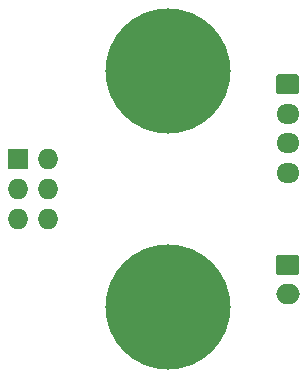
<source format=gbr>
G04 #@! TF.GenerationSoftware,KiCad,Pcbnew,(5.1.4)-1*
G04 #@! TF.CreationDate,2020-03-27T03:57:59-04:00*
G04 #@! TF.ProjectId,y-z_motor_endstop_breakout,792d7a5f-6d6f-4746-9f72-5f656e647374,rev?*
G04 #@! TF.SameCoordinates,Original*
G04 #@! TF.FileFunction,Copper,L2,Bot*
G04 #@! TF.FilePolarity,Positive*
%FSLAX46Y46*%
G04 Gerber Fmt 4.6, Leading zero omitted, Abs format (unit mm)*
G04 Created by KiCad (PCBNEW (5.1.4)-1) date 2020-03-27 03:57:59*
%MOMM*%
%LPD*%
G04 APERTURE LIST*
%ADD10O,2.000000X1.700000*%
%ADD11C,0.100000*%
%ADD12C,1.700000*%
%ADD13O,1.950000X1.700000*%
%ADD14O,1.727200X1.727200*%
%ADD15R,1.727200X1.727200*%
%ADD16C,10.600000*%
G04 APERTURE END LIST*
D10*
X155160000Y-113890000D03*
D11*
G36*
X155934504Y-110541204D02*
G01*
X155958773Y-110544804D01*
X155982571Y-110550765D01*
X156005671Y-110559030D01*
X156027849Y-110569520D01*
X156048893Y-110582133D01*
X156068598Y-110596747D01*
X156086777Y-110613223D01*
X156103253Y-110631402D01*
X156117867Y-110651107D01*
X156130480Y-110672151D01*
X156140970Y-110694329D01*
X156149235Y-110717429D01*
X156155196Y-110741227D01*
X156158796Y-110765496D01*
X156160000Y-110790000D01*
X156160000Y-111990000D01*
X156158796Y-112014504D01*
X156155196Y-112038773D01*
X156149235Y-112062571D01*
X156140970Y-112085671D01*
X156130480Y-112107849D01*
X156117867Y-112128893D01*
X156103253Y-112148598D01*
X156086777Y-112166777D01*
X156068598Y-112183253D01*
X156048893Y-112197867D01*
X156027849Y-112210480D01*
X156005671Y-112220970D01*
X155982571Y-112229235D01*
X155958773Y-112235196D01*
X155934504Y-112238796D01*
X155910000Y-112240000D01*
X154410000Y-112240000D01*
X154385496Y-112238796D01*
X154361227Y-112235196D01*
X154337429Y-112229235D01*
X154314329Y-112220970D01*
X154292151Y-112210480D01*
X154271107Y-112197867D01*
X154251402Y-112183253D01*
X154233223Y-112166777D01*
X154216747Y-112148598D01*
X154202133Y-112128893D01*
X154189520Y-112107849D01*
X154179030Y-112085671D01*
X154170765Y-112062571D01*
X154164804Y-112038773D01*
X154161204Y-112014504D01*
X154160000Y-111990000D01*
X154160000Y-110790000D01*
X154161204Y-110765496D01*
X154164804Y-110741227D01*
X154170765Y-110717429D01*
X154179030Y-110694329D01*
X154189520Y-110672151D01*
X154202133Y-110651107D01*
X154216747Y-110631402D01*
X154233223Y-110613223D01*
X154251402Y-110596747D01*
X154271107Y-110582133D01*
X154292151Y-110569520D01*
X154314329Y-110559030D01*
X154337429Y-110550765D01*
X154361227Y-110544804D01*
X154385496Y-110541204D01*
X154410000Y-110540000D01*
X155910000Y-110540000D01*
X155934504Y-110541204D01*
X155934504Y-110541204D01*
G37*
D12*
X155160000Y-111390000D03*
D13*
X155160000Y-103610000D03*
X155160000Y-101110000D03*
X155160000Y-98610000D03*
D11*
G36*
X155909504Y-95261204D02*
G01*
X155933773Y-95264804D01*
X155957571Y-95270765D01*
X155980671Y-95279030D01*
X156002849Y-95289520D01*
X156023893Y-95302133D01*
X156043598Y-95316747D01*
X156061777Y-95333223D01*
X156078253Y-95351402D01*
X156092867Y-95371107D01*
X156105480Y-95392151D01*
X156115970Y-95414329D01*
X156124235Y-95437429D01*
X156130196Y-95461227D01*
X156133796Y-95485496D01*
X156135000Y-95510000D01*
X156135000Y-96710000D01*
X156133796Y-96734504D01*
X156130196Y-96758773D01*
X156124235Y-96782571D01*
X156115970Y-96805671D01*
X156105480Y-96827849D01*
X156092867Y-96848893D01*
X156078253Y-96868598D01*
X156061777Y-96886777D01*
X156043598Y-96903253D01*
X156023893Y-96917867D01*
X156002849Y-96930480D01*
X155980671Y-96940970D01*
X155957571Y-96949235D01*
X155933773Y-96955196D01*
X155909504Y-96958796D01*
X155885000Y-96960000D01*
X154435000Y-96960000D01*
X154410496Y-96958796D01*
X154386227Y-96955196D01*
X154362429Y-96949235D01*
X154339329Y-96940970D01*
X154317151Y-96930480D01*
X154296107Y-96917867D01*
X154276402Y-96903253D01*
X154258223Y-96886777D01*
X154241747Y-96868598D01*
X154227133Y-96848893D01*
X154214520Y-96827849D01*
X154204030Y-96805671D01*
X154195765Y-96782571D01*
X154189804Y-96758773D01*
X154186204Y-96734504D01*
X154185000Y-96710000D01*
X154185000Y-95510000D01*
X154186204Y-95485496D01*
X154189804Y-95461227D01*
X154195765Y-95437429D01*
X154204030Y-95414329D01*
X154214520Y-95392151D01*
X154227133Y-95371107D01*
X154241747Y-95351402D01*
X154258223Y-95333223D01*
X154276402Y-95316747D01*
X154296107Y-95302133D01*
X154317151Y-95289520D01*
X154339329Y-95279030D01*
X154362429Y-95270765D01*
X154386227Y-95264804D01*
X154410496Y-95261204D01*
X154435000Y-95260000D01*
X155885000Y-95260000D01*
X155909504Y-95261204D01*
X155909504Y-95261204D01*
G37*
D12*
X155160000Y-96110000D03*
D14*
X134840000Y-107540000D03*
X132300000Y-107540000D03*
X134840000Y-105000000D03*
X132300000Y-105000000D03*
X134840000Y-102460000D03*
D15*
X132300000Y-102460000D03*
D16*
X145000000Y-95000000D03*
X145000000Y-115000000D03*
M02*

</source>
